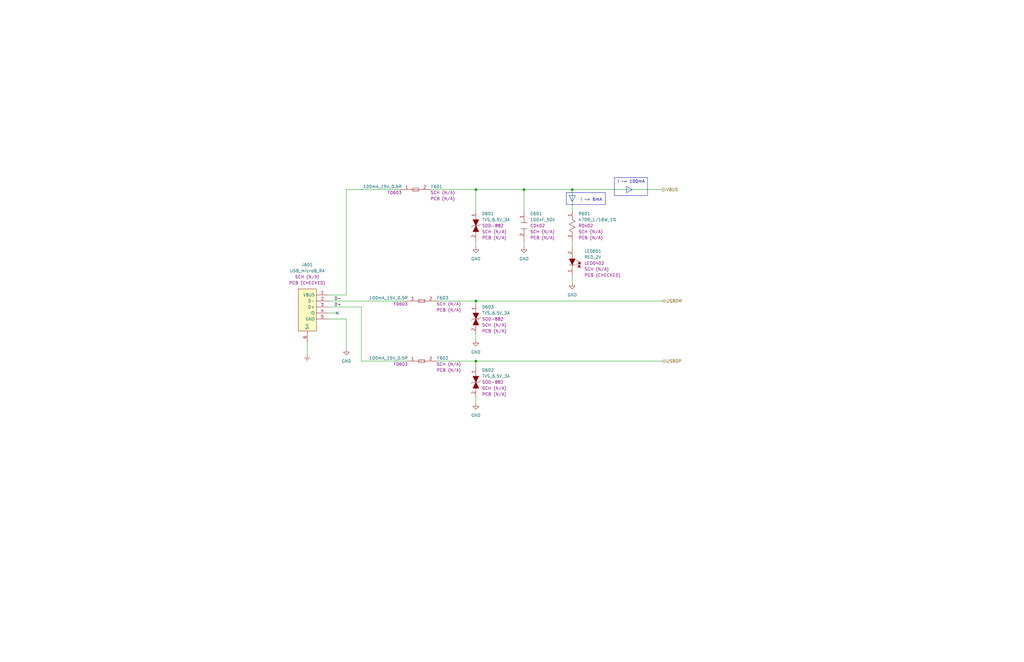
<source format=kicad_sch>
(kicad_sch (version 20230121) (generator eeschema)
  (paper "B")
  (title_block (company "mend0z0") (comment 1 "v1.0") (comment 2 "PRELIMINARY") (comment 4 "_BOM_EPen.html") (comment 5 "_HW_EPen.pcb") (comment 6 "_GBR_EPen.zip") (comment 7 "_BOM_EPen.html") (comment 9 "First Release"))
  (lib_symbols
    (symbol "_SCHLIB_EPen:CAP_100nF_50V_X7R_C0402"
      (property "Reference" "C" (at 2.54 3.81 0))
      (property "Value" "100nF_50V" (at 2.54 6.35 0))
      (property "Package" "C0402" (at 2.54 21.59 0))
      (property "SCH CHECK" "SCH (N/A)" (at 2.54 24.13 0))
      (property "PCB CHECK" "PCB (N/A)" (at 2.54 26.67 0))
      (symbol "CAP_100nF_50V_X7R_C0402_0_1"
        (polyline (pts (xy 5.08 1.27) (xy 5.08 -1.27)))
        (polyline (pts (xy 7.62 1.27) (xy 7.62 -1.27)))
      )
      (symbol "CAP_100nF_50V_X7R_C0402_1_1"
        (pin passive line (at 0 0 0) (length 5.08) (name "") (number "1"))
        (pin passive line (at 12.7 0 180) (length 5.08) (name "") (number "2"))
      )
    )
    (symbol "_SCHLIB_EPen:CONN_RECEPT_USB2.0_microB_5POS_RA"
      (property "Reference" "J" (at 2.54 2.54 0))
      (property "Value" "USB_microB_RA" (at 2.54 5.08 0))
      (property "SCH CHECK" "SCH (N/A)" (at 2.54 20.32 0))
      (property "PCB CHECK" "PCB (CHECKED)" (at 2.54 22.86 0))
      (symbol "CONN_RECEPT_USB2.0_microB_5POS_RA_0_1"
        (rectangle (start 0 0) (end 7.62 -17.78) (fill (type background)))
      )
      (symbol "CONN_RECEPT_USB2.0_microB_5POS_RA_1_1"
        (pin passive line (at 12.7 -2.54 180) (length 5.08) (name "VBUS") (number "1"))
        (pin passive line (at 12.7 -5.08 180) (length 5.08) (name "D-") (number "2"))
        (pin passive line (at 12.7 -7.62 180) (length 5.08) (name "D+") (number "3"))
        (pin passive line (at 12.7 -10.16 180) (length 5.08) (name "ID") (number "4"))
        (pin passive line (at 12.7 -12.7 180) (length 5.08) (name "GND") (number "5"))
        (pin passive line (at 3.81 -22.86 90) (length 5.08) (name "SH") (number "6"))
      )
    )
    (symbol "_SCHLIB_EPen:FUSE_100mA(Ih)_250mA(It)_15V_0.5Ohm_F0603"
      (property "Reference" "F" (at 2.54 3.81 0))
      (property "Value" "100mA_15V_0.5R" (at 2.54 6.35 0))
      (property "Package" "F0603" (at 2.54 21.59 0))
      (property "SCH CHECK" "SCH (N/A)" (at 2.54 24.13 0))
      (property "PCB CHECK" "PCB (N/A)" (at 2.54 26.67 0))
      (symbol "FUSE_100mA(Ih)_250mA(It)_15V_0.5Ohm_F0603_0_1"
        (polyline (pts (xy 5.08 0) (xy 7.62 0)))
        (rectangle (start 5.08 0.635) (end 7.62 -0.635))
      )
      (symbol "FUSE_100mA(Ih)_250mA(It)_15V_0.5Ohm_F0603_1_1"
        (pin passive line (at 0 0 0) (length 5.08) (name "") (number "1"))
        (pin passive line (at 12.7 0 180) (length 5.08) (name "") (number "2"))
      )
    )
    (symbol "_SCHLIB_EPen:LED_RED_2V_624nm_LED0402"
      (property "Reference" "LED" (at 2.54 6.35 0))
      (property "Value" "RED_2V" (at 2.54 8.89 0))
      (property "Package" "LED0402" (at 2.54 24.13 0))
      (property "SCH CHECK" "SCH (N/A)" (at 2.54 26.67 0))
      (property "PCB CHECK" "PCB (CHECKED)" (at 2.54 29.21 0))
      (symbol "LED_RED_2V_624nm_LED0402_0_1"
        (polyline (pts (xy 5.588 1.905) (xy 6.604 2.794)))
        (polyline (pts (xy 7.239 1.905) (xy 8.001 2.667)))
        (polyline (pts (xy 7.62 -1.27) (xy 7.62 1.27)))
        (polyline (pts (xy 5.08 1.27) (xy 5.08 -1.27) (xy 7.62 0) (xy 5.08 1.27)) (fill (type outline)))
        (polyline (pts (xy 6.223 3.302) (xy 7.112 2.413) (xy 7.366 3.556) (xy 6.223 3.302)) (fill (type outline)))
        (polyline (pts (xy 7.62 3.175) (xy 8.509 2.286) (xy 8.763 3.429) (xy 7.62 3.175)) (fill (type outline)))
      )
      (symbol "LED_RED_2V_624nm_LED0402_1_1"
        (pin passive line (at 12.7 0 180) (length 5.08) (name "") (number "1"))
        (pin passive line (at 0 0 0) (length 5.08) (name "") (number "2"))
      )
    )
    (symbol "_SCHLIB_EPen:RES_470R_1/16W_1%_R0402"
      (property "Reference" "R" (at 2.54 3.81 0))
      (property "Value" "470R_1/16W_1%" (at 2.54 6.35 0))
      (property "Package" "R0402" (at 2.54 21.59 0))
      (property "SCH CHECK" "SCH (N/A)" (at 2.54 24.13 0))
      (property "PCB CHECK" "PCB (N/A)" (at 2.54 26.67 0))
      (symbol "RES_470R_1/16W_1%_R0402_0_1"
        (polyline (pts (xy 3.81 0) (xy 4.445 1.27) (xy 5.715 -1.27) (xy 6.985 1.27) (xy 8.255 -1.27) (xy 8.89 0)))
      )
      (symbol "RES_470R_1/16W_1%_R0402_1_1"
        (pin passive line (at 0 0 0) (length 3.81) (name "") (number "1"))
        (pin passive line (at 12.7 0 180) (length 3.81) (name "") (number "2"))
      )
    )
    (symbol "_SCHLIB_EPen:TVS_5V(MAX)_6.5(Vbr-min)_3A(8/20us)_SOD882"
      (property "Reference" "D" (at 2.54 3.81 0))
      (property "Value" "TVS_6.5V_3A" (at 2.54 6.35 0))
      (property "Package" "SOD-882" (at 2.54 21.59 0))
      (property "SCH CHECK" "SCH (N/A)" (at 2.54 24.13 0))
      (property "PCB CHECK" "PCB (N/A)" (at 2.54 26.67 0))
      (symbol "TVS_5V(MAX)_6.5(Vbr-min)_3A(8/20us)_SOD882_1_1"
        (polyline (pts (xy 3.81 1.27) (xy 3.81 -1.27) (xy 6.35 0) (xy 3.81 1.27)) (fill (type outline)))
        (polyline (pts (xy 5.715 1.905) (xy 6.35 1.27) (xy 6.35 -1.27) (xy 6.985 -1.905)))
        (polyline (pts (xy 8.89 -1.27) (xy 8.89 1.27) (xy 6.35 0) (xy 8.89 -1.27)) (fill (type outline)))
        (pin passive line (at 12.7 0 180) (length 3.81) (name "") (number "1"))
        (pin passive line (at 0 0 0) (length 3.81) (name "") (number "2"))
      )
    )
    (symbol "power:Earth" (power) (pin_names (offset 0))
      (symbol "Earth_0_1"
        (polyline (pts (xy -0.635 -1.905) (xy 0.635 -1.905)))
        (polyline (pts (xy -0.127 -2.54) (xy 0.127 -2.54)))
        (polyline (pts (xy 0 -1.27) (xy 0 0)))
        (polyline (pts (xy 1.27 -1.27) (xy -1.27 -1.27)))
      )
      (symbol "Earth_1_1"
        (pin power_in line (at 0 0 270) (length 0) hide (name "Earth") (number "1"))
      )
    )
    (symbol "power:GND" (power) (pin_names (offset 0))
      (property "Value" "GND" (at 0 -3.81 0))
      (symbol "GND_0_1"
        (polyline (pts (xy 0 0) (xy 0 -1.27) (xy 1.27 -1.27) (xy 0 -2.54) (xy -1.27 -1.27) (xy 0 -1.27)))
      )
      (symbol "GND_1_1"
        (pin power_in line (at 0 0 270) (length 0) hide (name "GND") (number "1"))
      )
    )
  )
  (junction (at 200.66 80.01))
  (junction (at 200.66 127))
  (junction (at 200.66 152.4))
  (junction (at 220.98 80.01))
  (junction (at 241.3 80.01))
  (no_connect (at 142.24 132.08))
  (wire (pts (xy 200.66 152.4) (xy 200.66 154.94)))
  (wire (pts (xy 146.05 80.01) (xy 146.05 124.46)))
  (wire (pts (xy 200.66 143.51) (xy 200.66 140.97)))
  (wire (pts (xy 220.98 80.01) (xy 241.3 80.01)))
  (wire (pts (xy 146.05 134.62) (xy 146.05 147.32)))
  (polyline (pts (xy 264.16 81.28) (xy 266.7 80.01)))
  (wire (pts (xy 220.98 104.14) (xy 220.98 101.6)))
  (wire (pts (xy 152.4 129.54) (xy 152.4 152.4)))
  (wire (pts (xy 129.54 149.86) (xy 129.54 144.78)))
  (wire (pts (xy 184.15 127) (xy 200.66 127)))
  (wire (pts (xy 138.43 129.54) (xy 152.4 129.54)))
  (wire (pts (xy 138.43 127) (xy 171.45 127)))
  (wire (pts (xy 241.3 80.01) (xy 279.4 80.01)))
  (wire (pts (xy 138.43 134.62) (xy 146.05 134.62)))
  (wire (pts (xy 241.3 101.6) (xy 241.3 104.14)))
  (wire (pts (xy 152.4 152.4) (xy 171.45 152.4)))
  (wire (pts (xy 241.3 80.01) (xy 241.3 88.9)))
  (wire (pts (xy 200.66 80.01) (xy 220.98 80.01)))
  (wire (pts (xy 146.05 80.01) (xy 168.91 80.01)))
  (wire (pts (xy 241.3 119.38) (xy 241.3 116.84)))
  (wire (pts (xy 146.05 124.46) (xy 138.43 124.46)))
  (wire (pts (xy 200.66 152.4) (xy 279.4 152.4)))
  (wire (pts (xy 200.66 170.18) (xy 200.66 167.64)))
  (polyline (pts (xy 240.03 82.55) (xy 241.3 85.09)))
  (polyline (pts (xy 264.16 78.74) (xy 266.7 80.01)))
  (wire (pts (xy 181.61 80.01) (xy 200.66 80.01)))
  (wire (pts (xy 200.66 127) (xy 279.4 127)))
  (wire (pts (xy 220.98 80.01) (xy 220.98 88.9)))
  (wire (pts (xy 200.66 80.01) (xy 200.66 88.9)))
  (wire (pts (xy 142.24 132.08) (xy 138.43 132.08)))
  (polyline (pts (xy 242.57 82.55) (xy 240.03 82.55)))
  (wire (pts (xy 200.66 127) (xy 200.66 128.27)))
  (polyline (pts (xy 242.57 82.55) (xy 241.3 85.09)))
  (wire (pts (xy 184.15 152.4) (xy 200.66 152.4)))
  (polyline (pts (xy 264.16 78.74) (xy 264.16 81.28)))
  (wire (pts (xy 200.66 104.14) (xy 200.66 101.6)))
  (rectangle (start 259.08 74.93) (end 273.05 82.55))
  (rectangle (start 238.76 81.28) (end 255.27 86.36))
  (text "I ~= 100mA" (at 260.35 77.47 0) (effects (font (size 1.27 1.27)) (justify left bottom)))
  (text "I ~= 6mA" (at 254 85.09 0) (effects (font (size 1.27 1.27)) (justify right bottom)))
  (label "D+" (at 140.97 129.54 0))
  (label "D-" (at 140.97 127 0))
  (hierarchical_label "VBUS" (shape output) (at 279.4 80.01 0))
  (hierarchical_label "USBDP" (shape bidirectional) (at 279.4 152.4 0))
  (hierarchical_label "USBDM" (shape bidirectional) (at 279.4 127 0))
  (symbol (lib_id "power:GND") (at 200.66 104.14 0) (unit 1)
    (property "Reference" "#PWR0602" (effects hide))
    (property "Value" "GND" (at 200.66 109.22 0))
  )
  (symbol (lib_id "_SCHLIB_EPen:FUSE_100mA(Ih)_250mA(It)_15V_0.5Ohm_F0603") (at 171.45 127 0) (unit 1)
    (property "Reference" "F603" (at 186.69 125.73 0))
    (property "Value" "100mA_15V_0.5R" (at 163.83 125.73 0))
    (property "Footprint" "Fuse:Fuse_0603_1608Metric" (effects hide))
    (property "Datasheet" "https://www.eaton.com/content/dam/eaton/products/electronic-components/resources/data-sheet/eaton-pts0603-surface-mount-resettable-fuse-data-sheet-elx1046-en.pdf" (effects hide))
    (property "Description" "PTC Resettable Fuse 15V 100 mA Ih Surface Mount 0603 (1608 Metric), Concave" (effects hide))
    (property "Part Number" "PTS060315V010" (effects hide))
    (property "Link" "https://www.digikey.ca/en/products/detail/eaton-electronics-division/PTS060315V010/15193506" (effects hide))
    (property "Package" "F0603" (at 168.91 128.27 0))
    (property "SCH CHECK" "SCH (N/A)" (at 189.23 128.27 0))
    (property "PCB CHECK" "PCB (N/A)" (at 189.23 130.81 0))
  )
  (symbol (lib_id "power:Earth") (at 129.54 149.86 0) (unit 1)
    (property "Reference" "#PWR0607" (effects hide))
    (property "Value" "Earth" (effects hide))
  )
  (symbol (lib_id "power:GND") (at 200.66 143.51 0) (unit 1)
    (property "Reference" "#PWR0605" (effects hide))
    (property "Value" "GND" (at 200.66 148.59 0))
  )
  (symbol (lib_id "power:GND") (at 241.3 119.38 0) (unit 1)
    (property "Reference" "#PWR0603" (effects hide))
    (property "Value" "GND" (at 241.3 124.46 0))
  )
  (symbol (lib_id "_SCHLIB_EPen:LED_RED_2V_624nm_LED0402") (at 241.3 104.14 270) (unit 1)
    (property "Reference" "LED601" (at 246.38 105.9815 90) (effects (justify left)))
    (property "Value" "RED_2V" (at 246.38 108.5215 90) (effects (justify left)))
    (property "Footprint" "LED_SMD:LED_0402_1005Metric" (effects hide))
    (property "Datasheet" "https://media.digikey.com/pdf/Data%20Sheets/Harvatek%20PDFs/B2841USD-20D001014U1930.pdf" (effects hide))
    (property "Description" "Red 624nm LED Indication - Discrete 2V 0402 (1005 Metric)" (effects hide))
    (property "Part Number" "B2841USD-20D001014U1930" (effects hide))
    (property "Link" "https://www.digikey.ca/en/products/detail/harvatek-corporation/B2841USD-20D001014U1930/16729514?s=N4IgTCBcDaIEJgBwBYCMBVAygEQLRgAZsCDVTl1UBOAZgJAF0BfIA" (effects hide))
    (property "Package" "LED0402" (at 246.38 111.0615 90) (effects (justify left)))
    (property "SCH CHECK" "SCH (N/A)" (at 246.38 113.6015 90) (effects (justify left)))
    (property "PCB CHECK" "PCB (CHECKED)" (at 246.38 116.1415 90) (effects (justify left)))
  )
  (symbol (lib_id "power:GND") (at 200.66 170.18 0) (unit 1)
    (property "Reference" "#PWR0606" (effects hide))
    (property "Value" "GND" (at 200.66 175.26 0))
  )
  (symbol (lib_id "_SCHLIB_EPen:TVS_5V(MAX)_6.5(Vbr-min)_3A(8/20us)_SOD882") (at 200.66 101.6 90) (unit 1)
    (property "Reference" "D601" (at 203.2 90.17 90) (effects (justify right)))
    (property "Value" "TVS_6.5V_3A" (at 203.2 92.71 90) (effects (justify right)))
    (property "Datasheet" "https://goodarksemi.com/docs/datasheets/esd_tvs/GSEWT5B003.pdf" (effects hide))
    (property "Description" "20.5V Clamp 3A (8/20µs) Ipp Tvs Diode Surface Mount SOD-882" (effects hide))
    (property "Part Number" "GSEWT5B003" (effects hide))
    (property "Link" "https://www.digikey.ca/en/products/detail/good-ark-semiconductor/GSEWT5B003/18667485" (effects hide))
    (property "Package" "SOD-882" (at 203.2 95.25 90) (effects (justify right)))
    (property "SCH CHECK" "SCH (N/A)" (at 203.2 97.79 90) (effects (justify right)))
    (property "PCB CHECK" "PCB (N/A)" (at 203.2 100.33 90) (effects (justify right)))
  )
  (symbol (lib_id "_SCHLIB_EPen:FUSE_100mA(Ih)_250mA(It)_15V_0.5Ohm_F0603") (at 171.45 152.4 0) (unit 1)
    (property "Reference" "F602" (at 186.69 151.13 0))
    (property "Value" "100mA_15V_0.5R" (at 163.83 151.13 0))
    (property "Footprint" "Fuse:Fuse_0603_1608Metric" (effects hide))
    (property "Datasheet" "https://www.eaton.com/content/dam/eaton/products/electronic-components/resources/data-sheet/eaton-pts0603-surface-mount-resettable-fuse-data-sheet-elx1046-en.pdf" (effects hide))
    (property "Description" "PTC Resettable Fuse 15V 100 mA Ih Surface Mount 0603 (1608 Metric), Concave" (effects hide))
    (property "Part Number" "PTS060315V010" (effects hide))
    (property "Link" "https://www.digikey.ca/en/products/detail/eaton-electronics-division/PTS060315V010/15193506" (effects hide))
    (property "Package" "F0603" (at 168.91 153.67 0))
    (property "SCH CHECK" "SCH (N/A)" (at 189.23 153.67 0))
    (property "PCB CHECK" "PCB (N/A)" (at 189.23 156.21 0))
  )
  (symbol (lib_id "_SCHLIB_EPen:TVS_5V(MAX)_6.5(Vbr-min)_3A(8/20us)_SOD882") (at 200.66 140.97 90) (unit 1)
    (property "Reference" "D603" (at 203.2 129.54 90) (effects (justify right)))
    (property "Value" "TVS_6.5V_3A" (at 203.2 132.08 90) (effects (justify right)))
    (property "Datasheet" "https://goodarksemi.com/docs/datasheets/esd_tvs/GSEWT5B003.pdf" (effects hide))
    (property "Description" "20.5V Clamp 3A (8/20µs) Ipp Tvs Diode Surface Mount SOD-882" (effects hide))
    (property "Part Number" "GSEWT5B003" (effects hide))
    (property "Link" "https://www.digikey.ca/en/products/detail/good-ark-semiconductor/GSEWT5B003/18667485" (effects hide))
    (property "Package" "SOD-882" (at 203.2 134.62 90) (effects (justify right)))
    (property "SCH CHECK" "SCH (N/A)" (at 203.2 137.16 90) (effects (justify right)))
    (property "PCB CHECK" "PCB (N/A)" (at 203.2 139.7 90) (effects (justify right)))
  )
  (symbol (lib_id "_SCHLIB_EPen:FUSE_100mA(Ih)_250mA(It)_15V_0.5Ohm_F0603") (at 168.91 80.01 0) (unit 1)
    (property "Reference" "F601" (at 184.15 78.74 0))
    (property "Value" "100mA_15V_0.5R" (at 161.29 78.74 0))
    (property "Footprint" "Fuse:Fuse_0603_1608Metric" (effects hide))
    (property "Datasheet" "https://www.eaton.com/content/dam/eaton/products/electronic-components/resources/data-sheet/eaton-pts0603-surface-mount-resettable-fuse-data-sheet-elx1046-en.pdf" (effects hide))
    (property "Description" "PTC Resettable Fuse 15V 100 mA Ih Surface Mount 0603 (1608 Metric), Concave" (effects hide))
    (property "Part Number" "PTS060315V010" (effects hide))
    (property "Link" "https://www.digikey.ca/en/products/detail/eaton-electronics-division/PTS060315V010/15193506" (effects hide))
    (property "Package" "F0603" (at 166.37 81.28 0))
    (property "SCH CHECK" "SCH (N/A)" (at 186.69 81.28 0))
    (property "PCB CHECK" "PCB (N/A)" (at 186.69 83.82 0))
  )
  (symbol (lib_id "power:GND") (at 146.05 147.32 0) (unit 1)
    (property "Reference" "#PWR0601" (effects hide))
    (property "Value" "GND" (at 146.05 152.4 0))
  )
  (symbol (lib_id "_SCHLIB_EPen:CONN_RECEPT_USB2.0_microB_5POS_RA") (at 125.73 121.92 0) (unit 1)
    (property "Reference" "J601" (at 129.54 111.76 0))
    (property "Value" "USB_microB_RA" (at 129.54 114.3 0))
    (property "Footprint" "Connector_USB:USB_Micro-B_Amphenol_10118194_Horizontal" (effects hide))
    (property "Datasheet" "https://www.amphenol-cs.com/media/wysiwyg/files/drawing/10118194.pdf" (effects hide))
    (property "Description" "USB - micro B USB 2.0 Receptacle Connector 5 Position Surface Mount, Right Angle; Through Hole" (effects hide))
    (property "Part Number" "10118194-0001LF" (effects hide))
    (property "Link" "https://www.digikey.ca/en/products/detail/amphenol-cs-fci/10118194-0001LF/2785389" (effects hide))
    (property "SCH CHECK" "SCH (N/A)" (at 129.54 116.84 0))
    (property "PCB CHECK" "PCB (CHECKED)" (at 129.54 119.38 0))
  )
  (symbol (lib_id "_SCHLIB_EPen:RES_470R_1/16W_1%_R0402") (at 241.3 88.9 270) (unit 1)
    (property "Reference" "R601" (at 243.84 90.17 90) (effects (justify left)))
    (property "Value" "470R_1/16W_1%" (at 243.84 92.71 90) (effects (justify left)))
    (property "Footprint" "Resistor_SMD:R_0402_1005Metric" (effects hide))
    (property "Datasheet" "https://www.bourns.com/docs/product-datasheets/cr.pdf?sfvrsn=574d41f6_14" (effects hide))
    (property "Description" "470 Ohms ±1% 0.063W, 1/16W Chip Resistor 0402 (1005 Metric) Thick Film" (effects hide))
    (property "Part Number" "CR0402-FX-4700GLF" (effects hide))
    (property "Link" "https://www.digikey.ca/en/products/detail/bourns-inc/CR0402-FX-4700GLF/3783391" (effects hide))
    (property "Package" "R0402" (at 243.84 95.25 90) (effects (justify left)))
    (property "SCH CHECK" "SCH (N/A)" (at 243.84 97.79 90) (effects (justify left)))
    (property "PCB CHECK" "PCB (N/A)" (at 243.84 100.33 90) (effects (justify left)))
  )
  (symbol (lib_id "_SCHLIB_EPen:CAP_100nF_50V_X7R_C0402") (at 220.98 88.9 270) (unit 1)
    (property "Reference" "C601" (at 223.52 90.17 90) (effects (justify left)))
    (property "Value" "100nF_50V" (at 223.52 92.71 90) (effects (justify left)))
    (property "Footprint" "Capacitor_SMD:C_0402_1005Metric" (effects hide))
    (property "Datasheet" "https://search.murata.co.jp/Ceramy/image/img/A01X/G101/ENG/GRM155R71H104KE14-01.pdf" (effects hide))
    (property "Description" "0.1 µF ±10% 50V Ceramic Capacitor X7R 0402 (1005 Metric)" (effects hide))
    (property "Part Number" "GRM155R71H104KE14J" (effects hide))
    (property "Link" "https://www.digikey.ca/en/products/detail/murata-electronics/GRM155R71H104KE14J/4905180" (effects hide))
    (property "Package" "C0402" (at 223.52 95.25 90) (effects (justify left)))
    (property "SCH CHECK" "SCH (N/A)" (at 223.52 97.79 90) (effects (justify left)))
    (property "PCB CHECK" "PCB (N/A)" (at 223.52 100.33 90) (effects (justify left)))
  )
  (symbol (lib_id "power:GND") (at 220.98 104.14 0) (unit 1)
    (property "Reference" "#PWR0604" (effects hide))
    (property "Value" "GND" (at 220.98 109.22 0))
  )
  (symbol (lib_id "_SCHLIB_EPen:TVS_5V(MAX)_6.5(Vbr-min)_3A(8/20us)_SOD882") (at 200.66 167.64 90) (unit 1)
    (property "Reference" "D602" (at 203.2 156.21 90) (effects (justify right)))
    (property "Value" "TVS_6.5V_3A" (at 203.2 158.75 90) (effects (justify right)))
    (property "Datasheet" "https://goodarksemi.com/docs/datasheets/esd_tvs/GSEWT5B003.pdf" (effects hide))
    (property "Description" "20.5V Clamp 3A (8/20µs) Ipp Tvs Diode Surface Mount SOD-882" (effects hide))
    (property "Part Number" "GSEWT5B003" (effects hide))
    (property "Link" "https://www.digikey.ca/en/products/detail/good-ark-semiconductor/GSEWT5B003/18667485" (effects hide))
    (property "Package" "SOD-882" (at 203.2 161.29 90) (effects (justify right)))
    (property "SCH CHECK" "SCH (N/A)" (at 203.2 163.83 90) (effects (justify right)))
    (property "PCB CHECK" "PCB (N/A)" (at 203.2 166.37 90) (effects (justify right)))
  )
)
</source>
